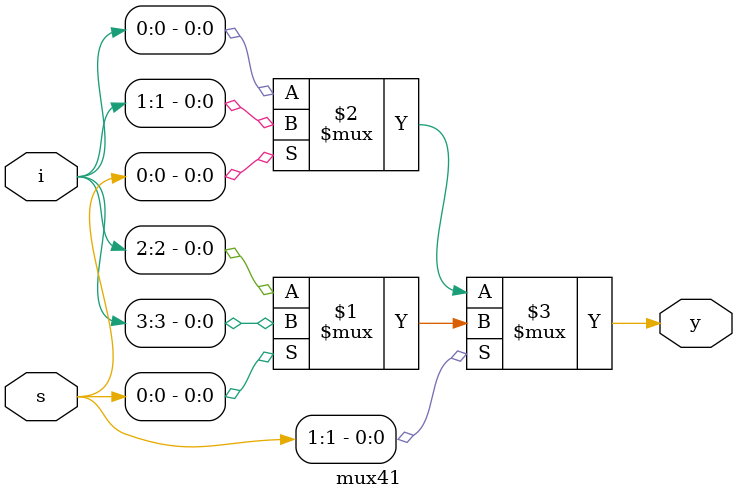
<source format=v>
module mux41(y,i,s);
input [3:0] i;
input [1:0] s;
output y;
assign y = s[1]?(s[0]?i[3]:i[2]):s[0]?i[1]:i[0];
endmodule

</source>
